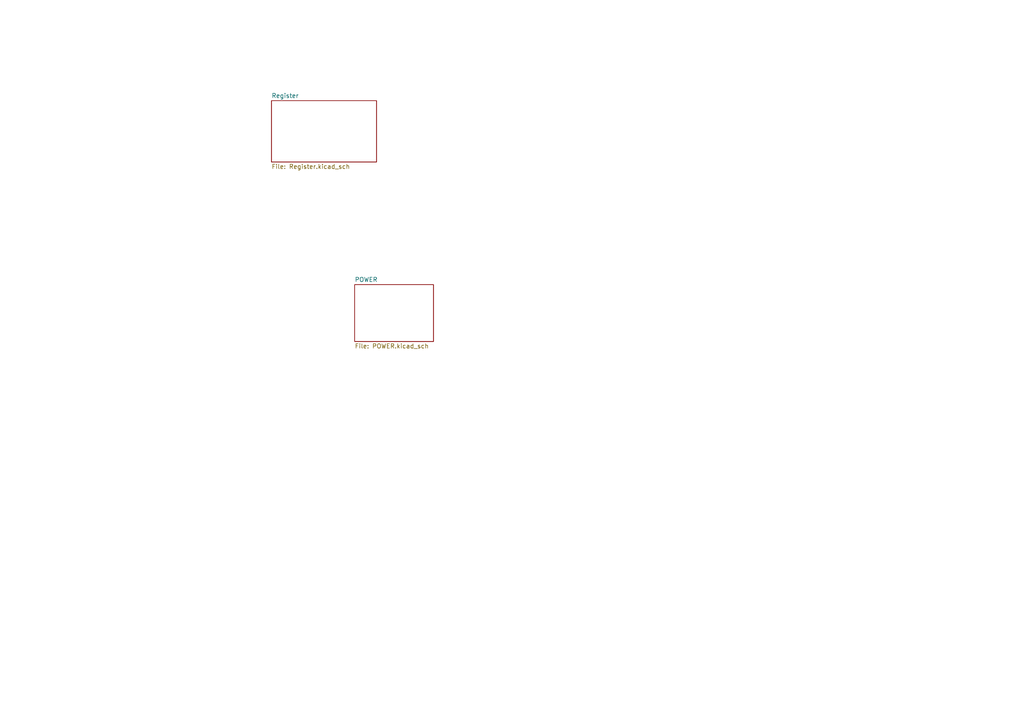
<source format=kicad_sch>
(kicad_sch (version 20230121) (generator eeschema)
  (paper "A4")
  (lib_symbols)
  (sheet (at 78.74 29.21) (size 30.48 17.78) (stroke (width 0.1524))
    (property "Sheetname" "Register" (at 78.74 28.4984 0) (effects (justify left bottom)))
    (property "Sheetfile" "Register.kicad_sch" (at 78.74 47.5746 0) (effects (justify left top)))
  )
  (sheet (at 102.87 82.55) (size 22.86 16.51) (stroke (width 0.1524))
    (property "Sheetname" "POWER" (at 102.87 81.8384 0) (effects (justify left bottom)))
    (property "Sheetfile" "POWER.kicad_sch" (at 102.87 99.6446 0) (effects (justify left top)))
  )
)
</source>
